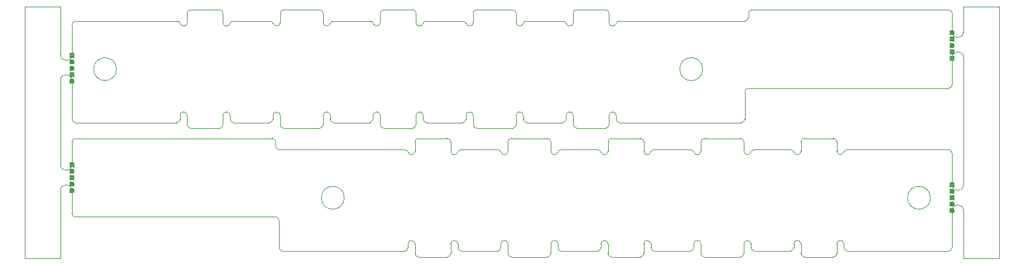
<source format=gm1>
G04 #@! TF.GenerationSoftware,KiCad,Pcbnew,(5.1.6-0-10_14)*
G04 #@! TF.CreationDate,2021-12-08T11:35:56+09:00*
G04 #@! TF.ProjectId,qPCR-panel_led_20211208,71504352-2d70-4616-9e65-6c5f6c65645f,rev?*
G04 #@! TF.SameCoordinates,Original*
G04 #@! TF.FileFunction,Profile,NP*
%FSLAX46Y46*%
G04 Gerber Fmt 4.6, Leading zero omitted, Abs format (unit mm)*
G04 Created by KiCad (PCBNEW (5.1.6-0-10_14)) date 2021-12-08 11:35:56*
%MOMM*%
%LPD*%
G01*
G04 APERTURE LIST*
G04 #@! TA.AperFunction,Profile*
%ADD10C,0.100000*%
G04 #@! TD*
G04 #@! TA.AperFunction,Profile*
%ADD11C,0.200000*%
G04 #@! TD*
G04 APERTURE END LIST*
D10*
X64000000Y-49299280D02*
X64000000Y-53500000D01*
X64000000Y-68900000D02*
X64000000Y-65699640D01*
X64000000Y-75700000D02*
X64000000Y-72500000D01*
X64000000Y-75700000D02*
G75*
G03*
X64500000Y-76200000I500000J0D01*
G01*
X187135000Y-80500000D02*
X187135000Y-75300000D01*
X187135000Y-57700000D02*
X187135000Y-53900000D01*
X193735000Y-46800000D02*
X188735000Y-46800000D01*
X188735000Y-82000000D02*
X193735000Y-82000000D01*
X193735000Y-82000000D02*
X193735000Y-46800000D01*
X57400000Y-82000000D02*
X62400000Y-82000000D01*
X57400000Y-46800000D02*
X57400000Y-82000000D01*
X62400000Y-46800000D02*
X57400000Y-46800000D01*
X188735000Y-46800000D02*
X188735000Y-50300000D01*
X188735000Y-75300000D02*
X188735000Y-82000000D01*
X188735000Y-53900000D02*
X188735000Y-71700000D01*
X62400000Y-57100000D02*
X62400000Y-68900000D01*
X62400000Y-72500000D02*
X62400000Y-82000000D01*
X62400000Y-46800000D02*
X62400000Y-53500000D01*
X188735000Y-50300000D02*
G75*
G02*
X187135000Y-50300000I-800000J0D01*
G01*
X187135000Y-53900000D02*
G75*
G02*
X188735000Y-53900000I800000J0D01*
G01*
D11*
X64275000Y-56300000D02*
G75*
G03*
X64275000Y-56300000I-275000J0D01*
G01*
X63725000Y-56025000D02*
X64275000Y-56575000D01*
X63725000Y-56575000D02*
X64275000Y-56025000D01*
X64275000Y-55400000D02*
G75*
G03*
X64275000Y-55400000I-275000J0D01*
G01*
X63725000Y-55125000D02*
X64275000Y-55675000D01*
X63725000Y-55675000D02*
X64275000Y-55125000D01*
X64275000Y-53600000D02*
G75*
G03*
X64275000Y-53600000I-275000J0D01*
G01*
X63725000Y-53325000D02*
X64275000Y-53875000D01*
X63725000Y-53875000D02*
X64275000Y-53325000D01*
X64275000Y-54500000D02*
G75*
G03*
X64275000Y-54500000I-275000J0D01*
G01*
X63725000Y-54225000D02*
X64275000Y-54775000D01*
X63725000Y-54775000D02*
X64275000Y-54225000D01*
X64275000Y-57200000D02*
G75*
G03*
X64275000Y-57200000I-275000J0D01*
G01*
X63725000Y-56925000D02*
X64275000Y-57475000D01*
X63725000Y-57475000D02*
X64275000Y-56925000D01*
X187410000Y-75300000D02*
G75*
G03*
X187410000Y-75300000I-275000J0D01*
G01*
X186860000Y-75025000D02*
X187410000Y-75575000D01*
X186860000Y-75575000D02*
X187410000Y-75025000D01*
X187410000Y-73500000D02*
G75*
G03*
X187410000Y-73500000I-275000J0D01*
G01*
X186860000Y-73225000D02*
X187410000Y-73775000D01*
X186860000Y-73775000D02*
X187410000Y-73225000D01*
X187410000Y-74400000D02*
G75*
G03*
X187410000Y-74400000I-275000J0D01*
G01*
X186860000Y-74125000D02*
X187410000Y-74675000D01*
X186860000Y-74675000D02*
X187410000Y-74125000D01*
X187410000Y-72600000D02*
G75*
G03*
X187410000Y-72600000I-275000J0D01*
G01*
X186860000Y-72325000D02*
X187410000Y-72875000D01*
X186860000Y-72875000D02*
X187410000Y-72325000D01*
X187410000Y-71700000D02*
G75*
G03*
X187410000Y-71700000I-275000J0D01*
G01*
X186860000Y-71425000D02*
X187410000Y-71975000D01*
X186860000Y-71975000D02*
X187410000Y-71425000D01*
D10*
X187135000Y-75300000D02*
G75*
G02*
X188735000Y-75300000I800000J0D01*
G01*
X188735000Y-71700000D02*
G75*
G02*
X187135000Y-71700000I-800000J0D01*
G01*
D11*
X64275000Y-70700000D02*
G75*
G03*
X64275000Y-70700000I-275000J0D01*
G01*
X63725000Y-70425000D02*
X64275000Y-70975000D01*
X63725000Y-70975000D02*
X64275000Y-70425000D01*
X64275000Y-69800000D02*
G75*
G03*
X64275000Y-69800000I-275000J0D01*
G01*
X63725000Y-69525000D02*
X64275000Y-70075000D01*
X63725000Y-70075000D02*
X64275000Y-69525000D01*
X64275000Y-71600000D02*
G75*
G03*
X64275000Y-71600000I-275000J0D01*
G01*
X63725000Y-71325000D02*
X64275000Y-71875000D01*
X63725000Y-71875000D02*
X64275000Y-71325000D01*
X64275000Y-72500000D02*
G75*
G03*
X64275000Y-72500000I-275000J0D01*
G01*
X63725000Y-72225000D02*
X64275000Y-72775000D01*
X63725000Y-72775000D02*
X64275000Y-72225000D01*
X64275000Y-68900000D02*
G75*
G03*
X64275000Y-68900000I-275000J0D01*
G01*
X63725000Y-68625000D02*
X64275000Y-69175000D01*
X63725000Y-69175000D02*
X64275000Y-68625000D01*
D10*
X64000000Y-68900000D02*
G75*
G02*
X62400000Y-68900000I-800000J0D01*
G01*
X62400000Y-72500000D02*
G75*
G02*
X64000000Y-72500000I800000J0D01*
G01*
X62400000Y-57100000D02*
G75*
G02*
X64000000Y-57100000I800000J0D01*
G01*
X64000000Y-53500000D02*
G75*
G02*
X62400000Y-53500000I-800000J0D01*
G01*
D11*
X187410000Y-54000000D02*
G75*
G03*
X187410000Y-54000000I-275000J0D01*
G01*
X186860000Y-53725000D02*
X187410000Y-54275000D01*
X186860000Y-54275000D02*
X187410000Y-53725000D01*
X187410000Y-50400000D02*
G75*
G03*
X187410000Y-50400000I-275000J0D01*
G01*
X186860000Y-50125000D02*
X187410000Y-50675000D01*
X186860000Y-50675000D02*
X187410000Y-50125000D01*
X187410000Y-51300000D02*
G75*
G03*
X187410000Y-51300000I-275000J0D01*
G01*
X186860000Y-51025000D02*
X187410000Y-51575000D01*
X186860000Y-51575000D02*
X187410000Y-51025000D01*
X187410000Y-53100000D02*
G75*
G03*
X187410000Y-53100000I-275000J0D01*
G01*
X186860000Y-52825000D02*
X187410000Y-53375000D01*
X186860000Y-53375000D02*
X187410000Y-52825000D01*
X187410000Y-52200000D02*
G75*
G03*
X187410000Y-52200000I-275000J0D01*
G01*
X186860000Y-51925000D02*
X187410000Y-52475000D01*
X186860000Y-52475000D02*
X187410000Y-51925000D01*
D10*
X187135000Y-67299280D02*
X187135000Y-71700000D01*
X187135000Y-50300000D02*
X187135000Y-47699640D01*
X158635000Y-58200000D02*
X186635000Y-58200000D01*
X158635000Y-58200000D02*
G75*
G03*
X158135000Y-58700000I0J-500000D01*
G01*
X158135000Y-58700000D02*
X158135000Y-62500000D01*
X157635000Y-63000000D02*
G75*
G03*
X158135000Y-62500000I0J500000D01*
G01*
X158635000Y-47699640D02*
X158635000Y-48299280D01*
X159135000Y-47199640D02*
X186635000Y-47199640D01*
X159135000Y-47199640D02*
G75*
G03*
X158635000Y-47699640I0J-500000D01*
G01*
X158135000Y-48799280D02*
G75*
G03*
X158635000Y-48299280I0J500000D01*
G01*
X187135000Y-57700000D02*
G75*
G02*
X186635000Y-58200000I-500000J0D01*
G01*
X152235000Y-55521640D02*
G75*
G03*
X152235000Y-55521640I-1600000J0D01*
G01*
X70235000Y-55521640D02*
G75*
G03*
X70235000Y-55521640I-1600000J0D01*
G01*
X140635000Y-63000000D02*
X157635000Y-63000000D01*
X140135000Y-62500000D02*
G75*
G03*
X140635000Y-63000000I500000J0D01*
G01*
X140135000Y-62000000D02*
X140135000Y-62500000D01*
X140135000Y-62000000D02*
G75*
G03*
X139135000Y-62000000I-500000J0D01*
G01*
X139135000Y-63299640D02*
X139135000Y-62000000D01*
X138635000Y-63799640D02*
G75*
G03*
X139135000Y-63299640I0J500000D01*
G01*
X134635000Y-63799640D02*
X138635000Y-63799640D01*
X134135000Y-63299640D02*
G75*
G03*
X134635000Y-63799640I500000J0D01*
G01*
X134135000Y-62000000D02*
X134135000Y-63299640D01*
X134135000Y-62000000D02*
G75*
G03*
X133135000Y-62000000I-500000J0D01*
G01*
X133135000Y-62500000D02*
X133135000Y-62000000D01*
X132635000Y-63000000D02*
G75*
G03*
X133135000Y-62500000I0J500000D01*
G01*
X127635000Y-63000000D02*
X132635000Y-63000000D01*
X127135000Y-62500000D02*
G75*
G03*
X127635000Y-63000000I500000J0D01*
G01*
X127135000Y-62000000D02*
X127135000Y-62500000D01*
X127135000Y-62000000D02*
G75*
G03*
X126135000Y-62000000I-500000J0D01*
G01*
X126135000Y-63299999D02*
X126135000Y-62000000D01*
X125635000Y-63799999D02*
G75*
G03*
X126135000Y-63299999I0J500000D01*
G01*
X120635000Y-63799999D02*
X125635000Y-63799999D01*
X120135000Y-63299999D02*
G75*
G03*
X120635000Y-63799999I500000J0D01*
G01*
X120135000Y-62000000D02*
X120135000Y-63299999D01*
X120135000Y-62000000D02*
G75*
G03*
X119135000Y-62000000I-500000J0D01*
G01*
X119135000Y-62500000D02*
X119135000Y-62000000D01*
X118635000Y-63000000D02*
G75*
G03*
X119135000Y-62500000I0J500000D01*
G01*
X113635000Y-63000000D02*
X118635000Y-63000000D01*
X113135000Y-62500000D02*
G75*
G03*
X113635000Y-63000000I500000J0D01*
G01*
X113135000Y-62000000D02*
X113135000Y-62500000D01*
X113135000Y-62000000D02*
G75*
G03*
X112135000Y-62000000I-500000J0D01*
G01*
X112135000Y-63299640D02*
X112135000Y-62000000D01*
X111635000Y-63799640D02*
G75*
G03*
X112135000Y-63299640I0J500000D01*
G01*
X107635000Y-63799640D02*
X111635000Y-63799640D01*
X107135000Y-63299640D02*
G75*
G03*
X107635000Y-63799640I500000J0D01*
G01*
X107135000Y-62000000D02*
X107135000Y-63299640D01*
X107135000Y-62000000D02*
G75*
G03*
X106135000Y-62000000I-500000J0D01*
G01*
X106135000Y-62500000D02*
X106135000Y-62000000D01*
X105635000Y-63000000D02*
G75*
G03*
X106135000Y-62500000I0J500000D01*
G01*
X100635000Y-63000000D02*
X105635000Y-63000000D01*
X100135000Y-62500000D02*
G75*
G03*
X100635000Y-63000000I500000J0D01*
G01*
X100135000Y-62000000D02*
X100135000Y-62500000D01*
X100135000Y-62000002D02*
G75*
G03*
X99135000Y-62000000I-500000J1D01*
G01*
X99135000Y-63300004D02*
X99135000Y-62000000D01*
X98635000Y-63800004D02*
G75*
G03*
X99135000Y-63300004I0J500000D01*
G01*
X93635000Y-63800004D02*
X98635000Y-63800004D01*
X93135000Y-63300004D02*
G75*
G03*
X93635000Y-63800004I500000J0D01*
G01*
X93135000Y-62000000D02*
X93135000Y-63300004D01*
X93135000Y-62000000D02*
G75*
G03*
X92135000Y-62000000I-500000J0D01*
G01*
X92135000Y-62500000D02*
X92135000Y-62000000D01*
X91635000Y-63000000D02*
G75*
G03*
X92135000Y-62500000I0J500000D01*
G01*
X86635000Y-63000000D02*
X91635000Y-63000000D01*
X86135000Y-62500000D02*
G75*
G03*
X86635000Y-63000000I500000J0D01*
G01*
X86135000Y-62000000D02*
X86135000Y-62500000D01*
X86135000Y-62000000D02*
G75*
G03*
X85135000Y-62000000I-500000J0D01*
G01*
X85135000Y-63299640D02*
X85135000Y-62000000D01*
X84635000Y-63799640D02*
G75*
G03*
X85135000Y-63299640I0J500000D01*
G01*
X80635000Y-63799640D02*
X84635000Y-63799640D01*
X80135000Y-63299640D02*
G75*
G03*
X80635000Y-63799640I500000J0D01*
G01*
X80135000Y-62000000D02*
X80135000Y-63299640D01*
X80135000Y-62000000D02*
G75*
G03*
X79135000Y-62000000I-500000J0D01*
G01*
X79135000Y-62500000D02*
X79135000Y-62000000D01*
X78635000Y-63000000D02*
G75*
G03*
X79135000Y-62500000I0J500000D01*
G01*
X64500000Y-63000000D02*
X78635000Y-63000000D01*
X64000000Y-62500000D02*
G75*
G03*
X64500000Y-63000000I500000J0D01*
G01*
X64000000Y-57100000D02*
X64000000Y-62500000D01*
X64500000Y-48799280D02*
G75*
G03*
X64000000Y-49299280I0J-500000D01*
G01*
X78680747Y-48799280D02*
X64500000Y-48799280D01*
X79157874Y-49149780D02*
G75*
G03*
X78680747Y-48799280I-477127J-149500D01*
G01*
X79157873Y-49149780D02*
G75*
G03*
X80135000Y-49000280I477127J149500D01*
G01*
X80135000Y-47699640D02*
X80135000Y-49000280D01*
X80635000Y-47199640D02*
G75*
G03*
X80135000Y-47699640I0J-500000D01*
G01*
X84635000Y-47199640D02*
X80635000Y-47199640D01*
X85135000Y-47699640D02*
G75*
G03*
X84635000Y-47199640I-500000J0D01*
G01*
X85135000Y-49000280D02*
X85135000Y-47699640D01*
X85135000Y-49000280D02*
G75*
G03*
X86112127Y-49149780I500000J0D01*
G01*
X86589254Y-48799280D02*
G75*
G03*
X86112127Y-49149780I0J-500000D01*
G01*
X91680747Y-48799280D02*
X86589254Y-48799280D01*
X92157874Y-49149780D02*
G75*
G03*
X91680747Y-48799280I-477127J-149500D01*
G01*
X92157873Y-49149780D02*
G75*
G03*
X93135000Y-49000280I477127J149500D01*
G01*
X93135000Y-47699640D02*
X93135000Y-49000280D01*
X93635000Y-47199640D02*
G75*
G03*
X93135000Y-47699640I0J-500000D01*
G01*
X98635000Y-47199640D02*
X93635000Y-47199640D01*
X99135000Y-47699640D02*
G75*
G03*
X98635000Y-47199640I-500000J0D01*
G01*
X99135000Y-49000280D02*
X99135000Y-47699640D01*
X99135000Y-49000280D02*
G75*
G03*
X100112127Y-49149780I500000J0D01*
G01*
X100589254Y-48799280D02*
G75*
G03*
X100112127Y-49149780I0J-500000D01*
G01*
X105680747Y-48799280D02*
X100589254Y-48799280D01*
X106157874Y-49149780D02*
G75*
G03*
X105680747Y-48799280I-477127J-149500D01*
G01*
X106157873Y-49149780D02*
G75*
G03*
X107135000Y-49000280I477127J149500D01*
G01*
X107135000Y-47699640D02*
X107135000Y-49000280D01*
X107635000Y-47199640D02*
G75*
G03*
X107135000Y-47699640I0J-500000D01*
G01*
X111635000Y-47199640D02*
X107635000Y-47199640D01*
X112135000Y-47699640D02*
G75*
G03*
X111635000Y-47199640I-500000J0D01*
G01*
X112135000Y-49000280D02*
X112135000Y-47699640D01*
X112135000Y-49000280D02*
G75*
G03*
X113112127Y-49149780I500000J0D01*
G01*
X113589254Y-48799280D02*
G75*
G03*
X113112127Y-49149780I0J-500000D01*
G01*
X118680747Y-48799280D02*
X113589254Y-48799280D01*
X119157874Y-49149780D02*
G75*
G03*
X118680747Y-48799280I-477127J-149500D01*
G01*
X119157873Y-49149780D02*
G75*
G03*
X120135000Y-49000280I477127J149500D01*
G01*
X120135000Y-47699640D02*
X120135000Y-49000280D01*
X120635000Y-47199640D02*
G75*
G03*
X120135000Y-47699640I0J-500000D01*
G01*
X125635000Y-47199640D02*
X120635000Y-47199640D01*
X126135000Y-47699640D02*
G75*
G03*
X125635000Y-47199640I-500000J0D01*
G01*
X126135000Y-49000280D02*
X126135000Y-47699640D01*
X126135000Y-49000280D02*
G75*
G03*
X127112127Y-49149780I500000J0D01*
G01*
X127589254Y-48799280D02*
G75*
G03*
X127112127Y-49149780I0J-500000D01*
G01*
X132680747Y-48799280D02*
X127589254Y-48799280D01*
X133157874Y-49149780D02*
G75*
G03*
X132680747Y-48799280I-477127J-149500D01*
G01*
X133157873Y-49149780D02*
G75*
G03*
X134135000Y-49000280I477127J149500D01*
G01*
X134135000Y-47699640D02*
X134135000Y-49000280D01*
X134635000Y-47199640D02*
G75*
G03*
X134135000Y-47699640I0J-500000D01*
G01*
X138635000Y-47199640D02*
X134635000Y-47199640D01*
X139135000Y-47699640D02*
G75*
G03*
X138635000Y-47199640I-500000J0D01*
G01*
X139135000Y-49000280D02*
X139135000Y-47699640D01*
X139135000Y-49000280D02*
G75*
G03*
X140112127Y-49149780I500000J0D01*
G01*
X140589254Y-48799280D02*
G75*
G03*
X140112127Y-49149780I0J-500000D01*
G01*
X158135000Y-48799280D02*
X140589254Y-48799280D01*
X187135000Y-47699640D02*
G75*
G03*
X186635000Y-47199640I-500000J0D01*
G01*
X92500000Y-76200000D02*
G75*
G02*
X93000000Y-76700000I0J-500000D01*
G01*
X93000000Y-76700000D02*
X93000000Y-80500000D01*
X92500000Y-76200000D02*
X64500000Y-76200000D01*
X93500000Y-81000000D02*
G75*
G02*
X93000000Y-80500000I0J500000D01*
G01*
X92500000Y-65699640D02*
X92500000Y-66299280D01*
X92000000Y-65199640D02*
X64500000Y-65199640D01*
X92000000Y-65199640D02*
G75*
G02*
X92500000Y-65699640I0J-500000D01*
G01*
X93000000Y-66799280D02*
G75*
G02*
X92500000Y-66299280I0J500000D01*
G01*
X102100000Y-73521640D02*
G75*
G03*
X102100000Y-73521640I-1600000J0D01*
G01*
X184100000Y-73521640D02*
G75*
G03*
X184100000Y-73521640I-1600000J0D01*
G01*
X110500000Y-81000000D02*
X93500000Y-81000000D01*
X111000000Y-80500000D02*
G75*
G02*
X110500000Y-81000000I-500000J0D01*
G01*
X111000000Y-80000000D02*
X111000000Y-80500000D01*
X111000000Y-80000000D02*
G75*
G02*
X112000000Y-80000000I500000J0D01*
G01*
X112000000Y-81299640D02*
X112000000Y-80000000D01*
X112500000Y-81799640D02*
G75*
G02*
X112000000Y-81299640I0J500000D01*
G01*
X116500000Y-81799640D02*
X112500000Y-81799640D01*
X117000000Y-81299640D02*
G75*
G02*
X116500000Y-81799640I-500000J0D01*
G01*
X117000000Y-80000000D02*
X117000000Y-81299640D01*
X117000000Y-80000000D02*
G75*
G02*
X118000000Y-80000000I500000J0D01*
G01*
X118000000Y-80500000D02*
X118000000Y-80000000D01*
X118500000Y-81000000D02*
G75*
G02*
X118000000Y-80500000I0J500000D01*
G01*
X123500000Y-81000000D02*
X118500000Y-81000000D01*
X124000000Y-80500000D02*
G75*
G02*
X123500000Y-81000000I-500000J0D01*
G01*
X124000000Y-80000000D02*
X124000000Y-80500000D01*
X124000000Y-80000000D02*
G75*
G02*
X125000000Y-80000000I500000J0D01*
G01*
X125000000Y-81299999D02*
X125000000Y-80000000D01*
X125500000Y-81799999D02*
G75*
G02*
X125000000Y-81299999I0J500000D01*
G01*
X130500000Y-81799999D02*
X125500000Y-81799999D01*
X131000000Y-81299999D02*
G75*
G02*
X130500000Y-81799999I-500000J0D01*
G01*
X131000000Y-80000000D02*
X131000000Y-81299999D01*
X131000000Y-80000000D02*
G75*
G02*
X132000000Y-80000000I500000J0D01*
G01*
X132000000Y-80500000D02*
X132000000Y-80000000D01*
X132500000Y-81000000D02*
G75*
G02*
X132000000Y-80500000I0J500000D01*
G01*
X137500000Y-81000000D02*
X132500000Y-81000000D01*
X138000000Y-80500000D02*
G75*
G02*
X137500000Y-81000000I-500000J0D01*
G01*
X138000000Y-80000000D02*
X138000000Y-80500000D01*
X138000000Y-80000000D02*
G75*
G02*
X139000000Y-80000000I500000J0D01*
G01*
X139000000Y-81299640D02*
X139000000Y-80000000D01*
X139500000Y-81799640D02*
G75*
G02*
X139000000Y-81299640I0J500000D01*
G01*
X143500000Y-81799640D02*
X139500000Y-81799640D01*
X144000000Y-81299640D02*
G75*
G02*
X143500000Y-81799640I-500000J0D01*
G01*
X144000000Y-80000000D02*
X144000000Y-81299640D01*
X144000000Y-80000000D02*
G75*
G02*
X145000000Y-80000000I500000J0D01*
G01*
X145000000Y-80500000D02*
X145000000Y-80000000D01*
X145500000Y-81000000D02*
G75*
G02*
X145000000Y-80500000I0J500000D01*
G01*
X150500000Y-81000000D02*
X145500000Y-81000000D01*
X151000000Y-80500000D02*
G75*
G02*
X150500000Y-81000000I-500000J0D01*
G01*
X151000000Y-80000000D02*
X151000000Y-80500000D01*
X151000000Y-80000002D02*
G75*
G02*
X152000000Y-80000000I500000J1D01*
G01*
X152000000Y-81300004D02*
X152000000Y-80000000D01*
X152500000Y-81800004D02*
G75*
G02*
X152000000Y-81300004I0J500000D01*
G01*
X157500000Y-81800004D02*
X152500000Y-81800004D01*
X158000000Y-81300004D02*
G75*
G02*
X157500000Y-81800004I-500000J0D01*
G01*
X158000000Y-80000000D02*
X158000000Y-81300004D01*
X158000000Y-80000000D02*
G75*
G02*
X159000000Y-80000000I500000J0D01*
G01*
X159000000Y-80500000D02*
X159000000Y-80000000D01*
X159500000Y-81000000D02*
G75*
G02*
X159000000Y-80500000I0J500000D01*
G01*
X164500000Y-81000000D02*
X159500000Y-81000000D01*
X165000000Y-80500000D02*
G75*
G02*
X164500000Y-81000000I-500000J0D01*
G01*
X165000000Y-80000000D02*
X165000000Y-80500000D01*
X165000000Y-80000000D02*
G75*
G02*
X166000000Y-80000000I500000J0D01*
G01*
X166000000Y-81299640D02*
X166000000Y-80000000D01*
X166500000Y-81799640D02*
G75*
G02*
X166000000Y-81299640I0J500000D01*
G01*
X170500000Y-81799640D02*
X166500000Y-81799640D01*
X171000000Y-81299640D02*
G75*
G02*
X170500000Y-81799640I-500000J0D01*
G01*
X171000000Y-80000000D02*
X171000000Y-81299640D01*
X171000000Y-80000000D02*
G75*
G02*
X172000000Y-80000000I500000J0D01*
G01*
X172000000Y-80500000D02*
X172000000Y-80000000D01*
X172500000Y-81000000D02*
G75*
G02*
X172000000Y-80500000I0J500000D01*
G01*
X186635000Y-81000000D02*
X172500000Y-81000000D01*
X187135000Y-80500000D02*
G75*
G02*
X186635000Y-81000000I-500000J0D01*
G01*
X186635000Y-66799280D02*
G75*
G02*
X187135000Y-67299280I0J-500000D01*
G01*
X172454253Y-66799280D02*
X186635000Y-66799280D01*
X171977126Y-67149780D02*
G75*
G02*
X172454253Y-66799280I477127J-149500D01*
G01*
X171977127Y-67149780D02*
G75*
G02*
X171000000Y-67000280I-477127J149500D01*
G01*
X171000000Y-65699640D02*
X171000000Y-67000280D01*
X170500000Y-65199640D02*
G75*
G02*
X171000000Y-65699640I0J-500000D01*
G01*
X166500000Y-65199640D02*
X170500000Y-65199640D01*
X166000000Y-65699640D02*
G75*
G02*
X166500000Y-65199640I500000J0D01*
G01*
X166000000Y-67000280D02*
X166000000Y-65699640D01*
X166000000Y-67000280D02*
G75*
G02*
X165022873Y-67149780I-500000J0D01*
G01*
X164545746Y-66799280D02*
G75*
G02*
X165022873Y-67149780I0J-500000D01*
G01*
X159454253Y-66799280D02*
X164545746Y-66799280D01*
X158977126Y-67149780D02*
G75*
G02*
X159454253Y-66799280I477127J-149500D01*
G01*
X158977127Y-67149780D02*
G75*
G02*
X158000000Y-67000280I-477127J149500D01*
G01*
X158000000Y-65699640D02*
X158000000Y-67000280D01*
X157500000Y-65199640D02*
G75*
G02*
X158000000Y-65699640I0J-500000D01*
G01*
X152500000Y-65199640D02*
X157500000Y-65199640D01*
X152000000Y-65699640D02*
G75*
G02*
X152500000Y-65199640I500000J0D01*
G01*
X152000000Y-67000280D02*
X152000000Y-65699640D01*
X152000000Y-67000280D02*
G75*
G02*
X151022873Y-67149780I-500000J0D01*
G01*
X150545746Y-66799280D02*
G75*
G02*
X151022873Y-67149780I0J-500000D01*
G01*
X145454253Y-66799280D02*
X150545746Y-66799280D01*
X144977126Y-67149780D02*
G75*
G02*
X145454253Y-66799280I477127J-149500D01*
G01*
X144977127Y-67149780D02*
G75*
G02*
X144000000Y-67000280I-477127J149500D01*
G01*
X144000000Y-65699640D02*
X144000000Y-67000280D01*
X143500000Y-65199640D02*
G75*
G02*
X144000000Y-65699640I0J-500000D01*
G01*
X139500000Y-65199640D02*
X143500000Y-65199640D01*
X139000000Y-65699640D02*
G75*
G02*
X139500000Y-65199640I500000J0D01*
G01*
X139000000Y-67000280D02*
X139000000Y-65699640D01*
X139000000Y-67000280D02*
G75*
G02*
X138022873Y-67149780I-500000J0D01*
G01*
X137545746Y-66799280D02*
G75*
G02*
X138022873Y-67149780I0J-500000D01*
G01*
X132454253Y-66799280D02*
X137545746Y-66799280D01*
X131977126Y-67149780D02*
G75*
G02*
X132454253Y-66799280I477127J-149500D01*
G01*
X131977127Y-67149780D02*
G75*
G02*
X131000000Y-67000280I-477127J149500D01*
G01*
X131000000Y-65699640D02*
X131000000Y-67000280D01*
X130500000Y-65199640D02*
G75*
G02*
X131000000Y-65699640I0J-500000D01*
G01*
X125500000Y-65199640D02*
X130500000Y-65199640D01*
X125000000Y-65699640D02*
G75*
G02*
X125500000Y-65199640I500000J0D01*
G01*
X125000000Y-67000280D02*
X125000000Y-65699640D01*
X125000000Y-67000280D02*
G75*
G02*
X124022873Y-67149780I-500000J0D01*
G01*
X123545746Y-66799280D02*
G75*
G02*
X124022873Y-67149780I0J-500000D01*
G01*
X118454253Y-66799280D02*
X123545746Y-66799280D01*
X117977126Y-67149780D02*
G75*
G02*
X118454253Y-66799280I477127J-149500D01*
G01*
X117977127Y-67149780D02*
G75*
G02*
X117000000Y-67000280I-477127J149500D01*
G01*
X117000000Y-65699640D02*
X117000000Y-67000280D01*
X116500000Y-65199640D02*
G75*
G02*
X117000000Y-65699640I0J-500000D01*
G01*
X112500000Y-65199640D02*
X116500000Y-65199640D01*
X112000000Y-65699640D02*
G75*
G02*
X112500000Y-65199640I500000J0D01*
G01*
X112000000Y-67000280D02*
X112000000Y-65699640D01*
X112000000Y-67000280D02*
G75*
G02*
X111022873Y-67149780I-500000J0D01*
G01*
X110545746Y-66799280D02*
G75*
G02*
X111022873Y-67149780I0J-500000D01*
G01*
X93000000Y-66799280D02*
X110545746Y-66799280D01*
X64000000Y-65699640D02*
G75*
G02*
X64500000Y-65199640I500000J0D01*
G01*
M02*

</source>
